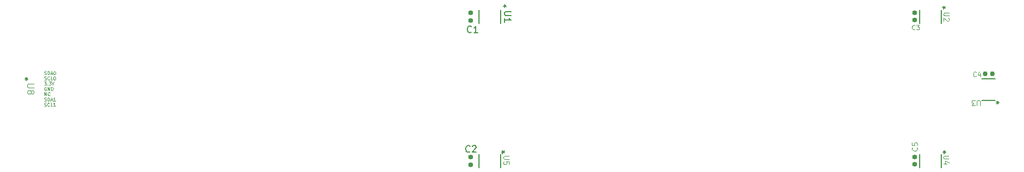
<source format=gto>
G04 #@! TF.GenerationSoftware,KiCad,Pcbnew,7.0.7*
G04 #@! TF.CreationDate,2024-05-14T22:47:58+02:00*
G04 #@! TF.ProjectId,Pinky_V1,50696e6b-795f-4563-912e-6b696361645f,rev?*
G04 #@! TF.SameCoordinates,Original*
G04 #@! TF.FileFunction,Legend,Top*
G04 #@! TF.FilePolarity,Positive*
%FSLAX46Y46*%
G04 Gerber Fmt 4.6, Leading zero omitted, Abs format (unit mm)*
G04 Created by KiCad (PCBNEW 7.0.7) date 2024-05-14 22:47:58*
%MOMM*%
%LPD*%
G01*
G04 APERTURE LIST*
G04 Aperture macros list*
%AMRoundRect*
0 Rectangle with rounded corners*
0 $1 Rounding radius*
0 $2 $3 $4 $5 $6 $7 $8 $9 X,Y pos of 4 corners*
0 Add a 4 corners polygon primitive as box body*
4,1,4,$2,$3,$4,$5,$6,$7,$8,$9,$2,$3,0*
0 Add four circle primitives for the rounded corners*
1,1,$1+$1,$2,$3*
1,1,$1+$1,$4,$5*
1,1,$1+$1,$6,$7*
1,1,$1+$1,$8,$9*
0 Add four rect primitives between the rounded corners*
20,1,$1+$1,$2,$3,$4,$5,0*
20,1,$1+$1,$4,$5,$6,$7,0*
20,1,$1+$1,$6,$7,$8,$9,0*
20,1,$1+$1,$8,$9,$2,$3,0*%
G04 Aperture macros list end*
%ADD10C,0.100000*%
%ADD11C,0.075000*%
%ADD12C,0.150000*%
%ADD13C,0.152400*%
%ADD14R,0.558800X0.977900*%
%ADD15RoundRect,0.155000X0.155000X-0.212500X0.155000X0.212500X-0.155000X0.212500X-0.155000X-0.212500X0*%
%ADD16RoundRect,0.155000X-0.212500X-0.155000X0.212500X-0.155000X0.212500X0.155000X-0.212500X0.155000X0*%
%ADD17R,0.977900X0.558800*%
%ADD18R,4.000000X0.300000*%
G04 APERTURE END LIST*
D10*
X211075104Y-128504476D02*
X210427485Y-128504476D01*
X210427485Y-128504476D02*
X210351295Y-128542571D01*
X210351295Y-128542571D02*
X210313200Y-128580666D01*
X210313200Y-128580666D02*
X210275104Y-128656857D01*
X210275104Y-128656857D02*
X210275104Y-128809238D01*
X210275104Y-128809238D02*
X210313200Y-128885428D01*
X210313200Y-128885428D02*
X210351295Y-128923523D01*
X210351295Y-128923523D02*
X210427485Y-128961619D01*
X210427485Y-128961619D02*
X211075104Y-128961619D01*
X210808438Y-129685428D02*
X210275104Y-129685428D01*
X211113200Y-129494952D02*
X210541771Y-129304475D01*
X210541771Y-129304475D02*
X210541771Y-129799714D01*
D11*
X73118304Y-116070515D02*
X73189732Y-116094324D01*
X73189732Y-116094324D02*
X73308780Y-116094324D01*
X73308780Y-116094324D02*
X73356399Y-116070515D01*
X73356399Y-116070515D02*
X73380208Y-116046705D01*
X73380208Y-116046705D02*
X73404018Y-115999086D01*
X73404018Y-115999086D02*
X73404018Y-115951467D01*
X73404018Y-115951467D02*
X73380208Y-115903848D01*
X73380208Y-115903848D02*
X73356399Y-115880038D01*
X73356399Y-115880038D02*
X73308780Y-115856229D01*
X73308780Y-115856229D02*
X73213542Y-115832419D01*
X73213542Y-115832419D02*
X73165923Y-115808610D01*
X73165923Y-115808610D02*
X73142113Y-115784800D01*
X73142113Y-115784800D02*
X73118304Y-115737181D01*
X73118304Y-115737181D02*
X73118304Y-115689562D01*
X73118304Y-115689562D02*
X73142113Y-115641943D01*
X73142113Y-115641943D02*
X73165923Y-115618134D01*
X73165923Y-115618134D02*
X73213542Y-115594324D01*
X73213542Y-115594324D02*
X73332589Y-115594324D01*
X73332589Y-115594324D02*
X73404018Y-115618134D01*
X73618303Y-116094324D02*
X73618303Y-115594324D01*
X73618303Y-115594324D02*
X73737351Y-115594324D01*
X73737351Y-115594324D02*
X73808779Y-115618134D01*
X73808779Y-115618134D02*
X73856398Y-115665753D01*
X73856398Y-115665753D02*
X73880208Y-115713372D01*
X73880208Y-115713372D02*
X73904017Y-115808610D01*
X73904017Y-115808610D02*
X73904017Y-115880038D01*
X73904017Y-115880038D02*
X73880208Y-115975276D01*
X73880208Y-115975276D02*
X73856398Y-116022895D01*
X73856398Y-116022895D02*
X73808779Y-116070515D01*
X73808779Y-116070515D02*
X73737351Y-116094324D01*
X73737351Y-116094324D02*
X73618303Y-116094324D01*
X74094494Y-115951467D02*
X74332589Y-115951467D01*
X74046875Y-116094324D02*
X74213541Y-115594324D01*
X74213541Y-115594324D02*
X74380208Y-116094324D01*
X74642112Y-115594324D02*
X74689731Y-115594324D01*
X74689731Y-115594324D02*
X74737350Y-115618134D01*
X74737350Y-115618134D02*
X74761160Y-115641943D01*
X74761160Y-115641943D02*
X74784969Y-115689562D01*
X74784969Y-115689562D02*
X74808779Y-115784800D01*
X74808779Y-115784800D02*
X74808779Y-115903848D01*
X74808779Y-115903848D02*
X74784969Y-115999086D01*
X74784969Y-115999086D02*
X74761160Y-116046705D01*
X74761160Y-116046705D02*
X74737350Y-116070515D01*
X74737350Y-116070515D02*
X74689731Y-116094324D01*
X74689731Y-116094324D02*
X74642112Y-116094324D01*
X74642112Y-116094324D02*
X74594493Y-116070515D01*
X74594493Y-116070515D02*
X74570684Y-116046705D01*
X74570684Y-116046705D02*
X74546874Y-115999086D01*
X74546874Y-115999086D02*
X74523065Y-115903848D01*
X74523065Y-115903848D02*
X74523065Y-115784800D01*
X74523065Y-115784800D02*
X74546874Y-115689562D01*
X74546874Y-115689562D02*
X74570684Y-115641943D01*
X74570684Y-115641943D02*
X74594493Y-115618134D01*
X74594493Y-115618134D02*
X74642112Y-115594324D01*
X73118304Y-116875515D02*
X73189732Y-116899324D01*
X73189732Y-116899324D02*
X73308780Y-116899324D01*
X73308780Y-116899324D02*
X73356399Y-116875515D01*
X73356399Y-116875515D02*
X73380208Y-116851705D01*
X73380208Y-116851705D02*
X73404018Y-116804086D01*
X73404018Y-116804086D02*
X73404018Y-116756467D01*
X73404018Y-116756467D02*
X73380208Y-116708848D01*
X73380208Y-116708848D02*
X73356399Y-116685038D01*
X73356399Y-116685038D02*
X73308780Y-116661229D01*
X73308780Y-116661229D02*
X73213542Y-116637419D01*
X73213542Y-116637419D02*
X73165923Y-116613610D01*
X73165923Y-116613610D02*
X73142113Y-116589800D01*
X73142113Y-116589800D02*
X73118304Y-116542181D01*
X73118304Y-116542181D02*
X73118304Y-116494562D01*
X73118304Y-116494562D02*
X73142113Y-116446943D01*
X73142113Y-116446943D02*
X73165923Y-116423134D01*
X73165923Y-116423134D02*
X73213542Y-116399324D01*
X73213542Y-116399324D02*
X73332589Y-116399324D01*
X73332589Y-116399324D02*
X73404018Y-116423134D01*
X73904017Y-116851705D02*
X73880208Y-116875515D01*
X73880208Y-116875515D02*
X73808779Y-116899324D01*
X73808779Y-116899324D02*
X73761160Y-116899324D01*
X73761160Y-116899324D02*
X73689732Y-116875515D01*
X73689732Y-116875515D02*
X73642113Y-116827895D01*
X73642113Y-116827895D02*
X73618303Y-116780276D01*
X73618303Y-116780276D02*
X73594494Y-116685038D01*
X73594494Y-116685038D02*
X73594494Y-116613610D01*
X73594494Y-116613610D02*
X73618303Y-116518372D01*
X73618303Y-116518372D02*
X73642113Y-116470753D01*
X73642113Y-116470753D02*
X73689732Y-116423134D01*
X73689732Y-116423134D02*
X73761160Y-116399324D01*
X73761160Y-116399324D02*
X73808779Y-116399324D01*
X73808779Y-116399324D02*
X73880208Y-116423134D01*
X73880208Y-116423134D02*
X73904017Y-116446943D01*
X74356398Y-116899324D02*
X74118303Y-116899324D01*
X74118303Y-116899324D02*
X74118303Y-116399324D01*
X74618303Y-116399324D02*
X74665922Y-116399324D01*
X74665922Y-116399324D02*
X74713541Y-116423134D01*
X74713541Y-116423134D02*
X74737351Y-116446943D01*
X74737351Y-116446943D02*
X74761160Y-116494562D01*
X74761160Y-116494562D02*
X74784970Y-116589800D01*
X74784970Y-116589800D02*
X74784970Y-116708848D01*
X74784970Y-116708848D02*
X74761160Y-116804086D01*
X74761160Y-116804086D02*
X74737351Y-116851705D01*
X74737351Y-116851705D02*
X74713541Y-116875515D01*
X74713541Y-116875515D02*
X74665922Y-116899324D01*
X74665922Y-116899324D02*
X74618303Y-116899324D01*
X74618303Y-116899324D02*
X74570684Y-116875515D01*
X74570684Y-116875515D02*
X74546875Y-116851705D01*
X74546875Y-116851705D02*
X74523065Y-116804086D01*
X74523065Y-116804086D02*
X74499256Y-116708848D01*
X74499256Y-116708848D02*
X74499256Y-116589800D01*
X74499256Y-116589800D02*
X74523065Y-116494562D01*
X74523065Y-116494562D02*
X74546875Y-116446943D01*
X74546875Y-116446943D02*
X74570684Y-116423134D01*
X74570684Y-116423134D02*
X74618303Y-116399324D01*
X73094494Y-117204324D02*
X73404018Y-117204324D01*
X73404018Y-117204324D02*
X73237351Y-117394800D01*
X73237351Y-117394800D02*
X73308780Y-117394800D01*
X73308780Y-117394800D02*
X73356399Y-117418610D01*
X73356399Y-117418610D02*
X73380208Y-117442419D01*
X73380208Y-117442419D02*
X73404018Y-117490038D01*
X73404018Y-117490038D02*
X73404018Y-117609086D01*
X73404018Y-117609086D02*
X73380208Y-117656705D01*
X73380208Y-117656705D02*
X73356399Y-117680515D01*
X73356399Y-117680515D02*
X73308780Y-117704324D01*
X73308780Y-117704324D02*
X73165923Y-117704324D01*
X73165923Y-117704324D02*
X73118304Y-117680515D01*
X73118304Y-117680515D02*
X73094494Y-117656705D01*
X73618303Y-117656705D02*
X73642113Y-117680515D01*
X73642113Y-117680515D02*
X73618303Y-117704324D01*
X73618303Y-117704324D02*
X73594494Y-117680515D01*
X73594494Y-117680515D02*
X73618303Y-117656705D01*
X73618303Y-117656705D02*
X73618303Y-117704324D01*
X73808779Y-117204324D02*
X74118303Y-117204324D01*
X74118303Y-117204324D02*
X73951636Y-117394800D01*
X73951636Y-117394800D02*
X74023065Y-117394800D01*
X74023065Y-117394800D02*
X74070684Y-117418610D01*
X74070684Y-117418610D02*
X74094493Y-117442419D01*
X74094493Y-117442419D02*
X74118303Y-117490038D01*
X74118303Y-117490038D02*
X74118303Y-117609086D01*
X74118303Y-117609086D02*
X74094493Y-117656705D01*
X74094493Y-117656705D02*
X74070684Y-117680515D01*
X74070684Y-117680515D02*
X74023065Y-117704324D01*
X74023065Y-117704324D02*
X73880208Y-117704324D01*
X73880208Y-117704324D02*
X73832589Y-117680515D01*
X73832589Y-117680515D02*
X73808779Y-117656705D01*
X74261160Y-117204324D02*
X74427826Y-117704324D01*
X74427826Y-117704324D02*
X74594493Y-117204324D01*
X73404018Y-118033134D02*
X73356399Y-118009324D01*
X73356399Y-118009324D02*
X73284970Y-118009324D01*
X73284970Y-118009324D02*
X73213542Y-118033134D01*
X73213542Y-118033134D02*
X73165923Y-118080753D01*
X73165923Y-118080753D02*
X73142113Y-118128372D01*
X73142113Y-118128372D02*
X73118304Y-118223610D01*
X73118304Y-118223610D02*
X73118304Y-118295038D01*
X73118304Y-118295038D02*
X73142113Y-118390276D01*
X73142113Y-118390276D02*
X73165923Y-118437895D01*
X73165923Y-118437895D02*
X73213542Y-118485515D01*
X73213542Y-118485515D02*
X73284970Y-118509324D01*
X73284970Y-118509324D02*
X73332589Y-118509324D01*
X73332589Y-118509324D02*
X73404018Y-118485515D01*
X73404018Y-118485515D02*
X73427827Y-118461705D01*
X73427827Y-118461705D02*
X73427827Y-118295038D01*
X73427827Y-118295038D02*
X73332589Y-118295038D01*
X73642113Y-118509324D02*
X73642113Y-118009324D01*
X73642113Y-118009324D02*
X73927827Y-118509324D01*
X73927827Y-118509324D02*
X73927827Y-118009324D01*
X74165923Y-118509324D02*
X74165923Y-118009324D01*
X74165923Y-118009324D02*
X74284971Y-118009324D01*
X74284971Y-118009324D02*
X74356399Y-118033134D01*
X74356399Y-118033134D02*
X74404018Y-118080753D01*
X74404018Y-118080753D02*
X74427828Y-118128372D01*
X74427828Y-118128372D02*
X74451637Y-118223610D01*
X74451637Y-118223610D02*
X74451637Y-118295038D01*
X74451637Y-118295038D02*
X74427828Y-118390276D01*
X74427828Y-118390276D02*
X74404018Y-118437895D01*
X74404018Y-118437895D02*
X74356399Y-118485515D01*
X74356399Y-118485515D02*
X74284971Y-118509324D01*
X74284971Y-118509324D02*
X74165923Y-118509324D01*
X73142113Y-119314324D02*
X73142113Y-118814324D01*
X73142113Y-118814324D02*
X73427827Y-119314324D01*
X73427827Y-119314324D02*
X73427827Y-118814324D01*
X73951637Y-119266705D02*
X73927828Y-119290515D01*
X73927828Y-119290515D02*
X73856399Y-119314324D01*
X73856399Y-119314324D02*
X73808780Y-119314324D01*
X73808780Y-119314324D02*
X73737352Y-119290515D01*
X73737352Y-119290515D02*
X73689733Y-119242895D01*
X73689733Y-119242895D02*
X73665923Y-119195276D01*
X73665923Y-119195276D02*
X73642114Y-119100038D01*
X73642114Y-119100038D02*
X73642114Y-119028610D01*
X73642114Y-119028610D02*
X73665923Y-118933372D01*
X73665923Y-118933372D02*
X73689733Y-118885753D01*
X73689733Y-118885753D02*
X73737352Y-118838134D01*
X73737352Y-118838134D02*
X73808780Y-118814324D01*
X73808780Y-118814324D02*
X73856399Y-118814324D01*
X73856399Y-118814324D02*
X73927828Y-118838134D01*
X73927828Y-118838134D02*
X73951637Y-118861943D01*
X73118304Y-120095515D02*
X73189732Y-120119324D01*
X73189732Y-120119324D02*
X73308780Y-120119324D01*
X73308780Y-120119324D02*
X73356399Y-120095515D01*
X73356399Y-120095515D02*
X73380208Y-120071705D01*
X73380208Y-120071705D02*
X73404018Y-120024086D01*
X73404018Y-120024086D02*
X73404018Y-119976467D01*
X73404018Y-119976467D02*
X73380208Y-119928848D01*
X73380208Y-119928848D02*
X73356399Y-119905038D01*
X73356399Y-119905038D02*
X73308780Y-119881229D01*
X73308780Y-119881229D02*
X73213542Y-119857419D01*
X73213542Y-119857419D02*
X73165923Y-119833610D01*
X73165923Y-119833610D02*
X73142113Y-119809800D01*
X73142113Y-119809800D02*
X73118304Y-119762181D01*
X73118304Y-119762181D02*
X73118304Y-119714562D01*
X73118304Y-119714562D02*
X73142113Y-119666943D01*
X73142113Y-119666943D02*
X73165923Y-119643134D01*
X73165923Y-119643134D02*
X73213542Y-119619324D01*
X73213542Y-119619324D02*
X73332589Y-119619324D01*
X73332589Y-119619324D02*
X73404018Y-119643134D01*
X73618303Y-120119324D02*
X73618303Y-119619324D01*
X73618303Y-119619324D02*
X73737351Y-119619324D01*
X73737351Y-119619324D02*
X73808779Y-119643134D01*
X73808779Y-119643134D02*
X73856398Y-119690753D01*
X73856398Y-119690753D02*
X73880208Y-119738372D01*
X73880208Y-119738372D02*
X73904017Y-119833610D01*
X73904017Y-119833610D02*
X73904017Y-119905038D01*
X73904017Y-119905038D02*
X73880208Y-120000276D01*
X73880208Y-120000276D02*
X73856398Y-120047895D01*
X73856398Y-120047895D02*
X73808779Y-120095515D01*
X73808779Y-120095515D02*
X73737351Y-120119324D01*
X73737351Y-120119324D02*
X73618303Y-120119324D01*
X74094494Y-119976467D02*
X74332589Y-119976467D01*
X74046875Y-120119324D02*
X74213541Y-119619324D01*
X74213541Y-119619324D02*
X74380208Y-120119324D01*
X74808779Y-120119324D02*
X74523065Y-120119324D01*
X74665922Y-120119324D02*
X74665922Y-119619324D01*
X74665922Y-119619324D02*
X74618303Y-119690753D01*
X74618303Y-119690753D02*
X74570684Y-119738372D01*
X74570684Y-119738372D02*
X74523065Y-119762181D01*
X73118304Y-120900515D02*
X73189732Y-120924324D01*
X73189732Y-120924324D02*
X73308780Y-120924324D01*
X73308780Y-120924324D02*
X73356399Y-120900515D01*
X73356399Y-120900515D02*
X73380208Y-120876705D01*
X73380208Y-120876705D02*
X73404018Y-120829086D01*
X73404018Y-120829086D02*
X73404018Y-120781467D01*
X73404018Y-120781467D02*
X73380208Y-120733848D01*
X73380208Y-120733848D02*
X73356399Y-120710038D01*
X73356399Y-120710038D02*
X73308780Y-120686229D01*
X73308780Y-120686229D02*
X73213542Y-120662419D01*
X73213542Y-120662419D02*
X73165923Y-120638610D01*
X73165923Y-120638610D02*
X73142113Y-120614800D01*
X73142113Y-120614800D02*
X73118304Y-120567181D01*
X73118304Y-120567181D02*
X73118304Y-120519562D01*
X73118304Y-120519562D02*
X73142113Y-120471943D01*
X73142113Y-120471943D02*
X73165923Y-120448134D01*
X73165923Y-120448134D02*
X73213542Y-120424324D01*
X73213542Y-120424324D02*
X73332589Y-120424324D01*
X73332589Y-120424324D02*
X73404018Y-120448134D01*
X73904017Y-120876705D02*
X73880208Y-120900515D01*
X73880208Y-120900515D02*
X73808779Y-120924324D01*
X73808779Y-120924324D02*
X73761160Y-120924324D01*
X73761160Y-120924324D02*
X73689732Y-120900515D01*
X73689732Y-120900515D02*
X73642113Y-120852895D01*
X73642113Y-120852895D02*
X73618303Y-120805276D01*
X73618303Y-120805276D02*
X73594494Y-120710038D01*
X73594494Y-120710038D02*
X73594494Y-120638610D01*
X73594494Y-120638610D02*
X73618303Y-120543372D01*
X73618303Y-120543372D02*
X73642113Y-120495753D01*
X73642113Y-120495753D02*
X73689732Y-120448134D01*
X73689732Y-120448134D02*
X73761160Y-120424324D01*
X73761160Y-120424324D02*
X73808779Y-120424324D01*
X73808779Y-120424324D02*
X73880208Y-120448134D01*
X73880208Y-120448134D02*
X73904017Y-120471943D01*
X74356398Y-120924324D02*
X74118303Y-120924324D01*
X74118303Y-120924324D02*
X74118303Y-120424324D01*
X74784970Y-120924324D02*
X74499256Y-120924324D01*
X74642113Y-120924324D02*
X74642113Y-120424324D01*
X74642113Y-120424324D02*
X74594494Y-120495753D01*
X74594494Y-120495753D02*
X74546875Y-120543372D01*
X74546875Y-120543372D02*
X74499256Y-120567181D01*
D10*
X143965103Y-128554476D02*
X143317484Y-128554476D01*
X143317484Y-128554476D02*
X143241294Y-128592571D01*
X143241294Y-128592571D02*
X143203199Y-128630666D01*
X143203199Y-128630666D02*
X143165103Y-128706857D01*
X143165103Y-128706857D02*
X143165103Y-128859238D01*
X143165103Y-128859238D02*
X143203199Y-128935428D01*
X143203199Y-128935428D02*
X143241294Y-128973523D01*
X143241294Y-128973523D02*
X143317484Y-129011619D01*
X143317484Y-129011619D02*
X143965103Y-129011619D01*
X143965103Y-129773523D02*
X143965103Y-129392571D01*
X143965103Y-129392571D02*
X143584151Y-129354475D01*
X143584151Y-129354475D02*
X143622246Y-129392571D01*
X143622246Y-129392571D02*
X143660341Y-129468761D01*
X143660341Y-129468761D02*
X143660341Y-129659237D01*
X143660341Y-129659237D02*
X143622246Y-129735428D01*
X143622246Y-129735428D02*
X143584151Y-129773523D01*
X143584151Y-129773523D02*
X143507960Y-129811618D01*
X143507960Y-129811618D02*
X143317484Y-129811618D01*
X143317484Y-129811618D02*
X143241294Y-129773523D01*
X143241294Y-129773523D02*
X143203199Y-129735428D01*
X143203199Y-129735428D02*
X143165103Y-129659237D01*
X143165103Y-129659237D02*
X143165103Y-129468761D01*
X143165103Y-129468761D02*
X143203199Y-129392571D01*
X143203199Y-129392571D02*
X143241294Y-129354475D01*
D12*
X142864818Y-127898750D02*
X143102913Y-127898750D01*
X143007675Y-128136845D02*
X143102913Y-127898750D01*
X143102913Y-127898750D02*
X143007675Y-127660655D01*
X143293389Y-128041607D02*
X143102913Y-127898750D01*
X143102913Y-127898750D02*
X143293389Y-127755893D01*
X138273332Y-109593580D02*
X138225713Y-109641200D01*
X138225713Y-109641200D02*
X138082856Y-109688819D01*
X138082856Y-109688819D02*
X137987618Y-109688819D01*
X137987618Y-109688819D02*
X137844761Y-109641200D01*
X137844761Y-109641200D02*
X137749523Y-109545961D01*
X137749523Y-109545961D02*
X137701904Y-109450723D01*
X137701904Y-109450723D02*
X137654285Y-109260247D01*
X137654285Y-109260247D02*
X137654285Y-109117390D01*
X137654285Y-109117390D02*
X137701904Y-108926914D01*
X137701904Y-108926914D02*
X137749523Y-108831676D01*
X137749523Y-108831676D02*
X137844761Y-108736438D01*
X137844761Y-108736438D02*
X137987618Y-108688819D01*
X137987618Y-108688819D02*
X138082856Y-108688819D01*
X138082856Y-108688819D02*
X138225713Y-108736438D01*
X138225713Y-108736438D02*
X138273332Y-108784057D01*
X139225713Y-109688819D02*
X138654285Y-109688819D01*
X138939999Y-109688819D02*
X138939999Y-108688819D01*
X138939999Y-108688819D02*
X138844761Y-108831676D01*
X138844761Y-108831676D02*
X138749523Y-108926914D01*
X138749523Y-108926914D02*
X138654285Y-108974533D01*
D10*
X215263333Y-116315966D02*
X215230000Y-116349300D01*
X215230000Y-116349300D02*
X215130000Y-116382633D01*
X215130000Y-116382633D02*
X215063333Y-116382633D01*
X215063333Y-116382633D02*
X214963333Y-116349300D01*
X214963333Y-116349300D02*
X214896667Y-116282633D01*
X214896667Y-116282633D02*
X214863333Y-116215966D01*
X214863333Y-116215966D02*
X214830000Y-116082633D01*
X214830000Y-116082633D02*
X214830000Y-115982633D01*
X214830000Y-115982633D02*
X214863333Y-115849300D01*
X214863333Y-115849300D02*
X214896667Y-115782633D01*
X214896667Y-115782633D02*
X214963333Y-115715966D01*
X214963333Y-115715966D02*
X215063333Y-115682633D01*
X215063333Y-115682633D02*
X215130000Y-115682633D01*
X215130000Y-115682633D02*
X215230000Y-115715966D01*
X215230000Y-115715966D02*
X215263333Y-115749300D01*
X215863333Y-115915966D02*
X215863333Y-116382633D01*
X215696667Y-115649300D02*
X215530000Y-116149300D01*
X215530000Y-116149300D02*
X215963333Y-116149300D01*
X215859523Y-120809104D02*
X215859523Y-120161485D01*
X215859523Y-120161485D02*
X215821428Y-120085295D01*
X215821428Y-120085295D02*
X215783333Y-120047200D01*
X215783333Y-120047200D02*
X215707142Y-120009104D01*
X215707142Y-120009104D02*
X215554761Y-120009104D01*
X215554761Y-120009104D02*
X215478571Y-120047200D01*
X215478571Y-120047200D02*
X215440476Y-120085295D01*
X215440476Y-120085295D02*
X215402380Y-120161485D01*
X215402380Y-120161485D02*
X215402380Y-120809104D01*
X215097619Y-120809104D02*
X214602381Y-120809104D01*
X214602381Y-120809104D02*
X214869047Y-120504342D01*
X214869047Y-120504342D02*
X214754762Y-120504342D01*
X214754762Y-120504342D02*
X214678571Y-120466247D01*
X214678571Y-120466247D02*
X214640476Y-120428152D01*
X214640476Y-120428152D02*
X214602381Y-120351961D01*
X214602381Y-120351961D02*
X214602381Y-120161485D01*
X214602381Y-120161485D02*
X214640476Y-120085295D01*
X214640476Y-120085295D02*
X214678571Y-120047200D01*
X214678571Y-120047200D02*
X214754762Y-120009104D01*
X214754762Y-120009104D02*
X214983333Y-120009104D01*
X214983333Y-120009104D02*
X215059524Y-120047200D01*
X215059524Y-120047200D02*
X215097619Y-120085295D01*
D12*
X218545249Y-120148819D02*
X218545249Y-120386914D01*
X218307154Y-120291676D02*
X218545249Y-120386914D01*
X218545249Y-120386914D02*
X218783344Y-120291676D01*
X218402392Y-120577390D02*
X218545249Y-120386914D01*
X218545249Y-120386914D02*
X218688106Y-120577390D01*
X138043332Y-127843580D02*
X137995713Y-127891200D01*
X137995713Y-127891200D02*
X137852856Y-127938819D01*
X137852856Y-127938819D02*
X137757618Y-127938819D01*
X137757618Y-127938819D02*
X137614761Y-127891200D01*
X137614761Y-127891200D02*
X137519523Y-127795961D01*
X137519523Y-127795961D02*
X137471904Y-127700723D01*
X137471904Y-127700723D02*
X137424285Y-127510247D01*
X137424285Y-127510247D02*
X137424285Y-127367390D01*
X137424285Y-127367390D02*
X137471904Y-127176914D01*
X137471904Y-127176914D02*
X137519523Y-127081676D01*
X137519523Y-127081676D02*
X137614761Y-126986438D01*
X137614761Y-126986438D02*
X137757618Y-126938819D01*
X137757618Y-126938819D02*
X137852856Y-126938819D01*
X137852856Y-126938819D02*
X137995713Y-126986438D01*
X137995713Y-126986438D02*
X138043332Y-127034057D01*
X138424285Y-127034057D02*
X138471904Y-126986438D01*
X138471904Y-126986438D02*
X138567142Y-126938819D01*
X138567142Y-126938819D02*
X138805237Y-126938819D01*
X138805237Y-126938819D02*
X138900475Y-126986438D01*
X138900475Y-126986438D02*
X138948094Y-127034057D01*
X138948094Y-127034057D02*
X138995713Y-127129295D01*
X138995713Y-127129295D02*
X138995713Y-127224533D01*
X138995713Y-127224533D02*
X138948094Y-127367390D01*
X138948094Y-127367390D02*
X138376666Y-127938819D01*
X138376666Y-127938819D02*
X138995713Y-127938819D01*
X210204819Y-127898749D02*
X210442914Y-127898749D01*
X210347676Y-128136844D02*
X210442914Y-127898749D01*
X210442914Y-127898749D02*
X210347676Y-127660654D01*
X210633390Y-128041606D02*
X210442914Y-127898749D01*
X210442914Y-127898749D02*
X210633390Y-127755892D01*
D10*
X71522580Y-117502095D02*
X70713057Y-117502095D01*
X70713057Y-117502095D02*
X70617819Y-117549714D01*
X70617819Y-117549714D02*
X70570200Y-117597333D01*
X70570200Y-117597333D02*
X70522580Y-117692571D01*
X70522580Y-117692571D02*
X70522580Y-117883047D01*
X70522580Y-117883047D02*
X70570200Y-117978285D01*
X70570200Y-117978285D02*
X70617819Y-118025904D01*
X70617819Y-118025904D02*
X70713057Y-118073523D01*
X70713057Y-118073523D02*
X71522580Y-118073523D01*
X71094009Y-118692571D02*
X71141628Y-118597333D01*
X71141628Y-118597333D02*
X71189247Y-118549714D01*
X71189247Y-118549714D02*
X71284485Y-118502095D01*
X71284485Y-118502095D02*
X71332104Y-118502095D01*
X71332104Y-118502095D02*
X71427342Y-118549714D01*
X71427342Y-118549714D02*
X71474961Y-118597333D01*
X71474961Y-118597333D02*
X71522580Y-118692571D01*
X71522580Y-118692571D02*
X71522580Y-118883047D01*
X71522580Y-118883047D02*
X71474961Y-118978285D01*
X71474961Y-118978285D02*
X71427342Y-119025904D01*
X71427342Y-119025904D02*
X71332104Y-119073523D01*
X71332104Y-119073523D02*
X71284485Y-119073523D01*
X71284485Y-119073523D02*
X71189247Y-119025904D01*
X71189247Y-119025904D02*
X71141628Y-118978285D01*
X71141628Y-118978285D02*
X71094009Y-118883047D01*
X71094009Y-118883047D02*
X71094009Y-118692571D01*
X71094009Y-118692571D02*
X71046390Y-118597333D01*
X71046390Y-118597333D02*
X70998771Y-118549714D01*
X70998771Y-118549714D02*
X70903533Y-118502095D01*
X70903533Y-118502095D02*
X70713057Y-118502095D01*
X70713057Y-118502095D02*
X70617819Y-118549714D01*
X70617819Y-118549714D02*
X70570200Y-118597333D01*
X70570200Y-118597333D02*
X70522580Y-118692571D01*
X70522580Y-118692571D02*
X70522580Y-118883047D01*
X70522580Y-118883047D02*
X70570200Y-118978285D01*
X70570200Y-118978285D02*
X70617819Y-119025904D01*
X70617819Y-119025904D02*
X70713057Y-119073523D01*
X70713057Y-119073523D02*
X70903533Y-119073523D01*
X70903533Y-119073523D02*
X70998771Y-119025904D01*
X70998771Y-119025904D02*
X71046390Y-118978285D01*
X71046390Y-118978285D02*
X71094009Y-118883047D01*
D12*
X70154819Y-116743999D02*
X70392914Y-116743999D01*
X70297676Y-116982094D02*
X70392914Y-116743999D01*
X70392914Y-116743999D02*
X70297676Y-116505904D01*
X70583390Y-116886856D02*
X70392914Y-116743999D01*
X70392914Y-116743999D02*
X70583390Y-116601142D01*
D10*
X205913334Y-109175966D02*
X205880001Y-109209300D01*
X205880001Y-109209300D02*
X205780001Y-109242633D01*
X205780001Y-109242633D02*
X205713334Y-109242633D01*
X205713334Y-109242633D02*
X205613334Y-109209300D01*
X205613334Y-109209300D02*
X205546668Y-109142633D01*
X205546668Y-109142633D02*
X205513334Y-109075966D01*
X205513334Y-109075966D02*
X205480001Y-108942633D01*
X205480001Y-108942633D02*
X205480001Y-108842633D01*
X205480001Y-108842633D02*
X205513334Y-108709300D01*
X205513334Y-108709300D02*
X205546668Y-108642633D01*
X205546668Y-108642633D02*
X205613334Y-108575966D01*
X205613334Y-108575966D02*
X205713334Y-108542633D01*
X205713334Y-108542633D02*
X205780001Y-108542633D01*
X205780001Y-108542633D02*
X205880001Y-108575966D01*
X205880001Y-108575966D02*
X205913334Y-108609300D01*
X206146668Y-108542633D02*
X206580001Y-108542633D01*
X206580001Y-108542633D02*
X206346668Y-108809300D01*
X206346668Y-108809300D02*
X206446668Y-108809300D01*
X206446668Y-108809300D02*
X206513334Y-108842633D01*
X206513334Y-108842633D02*
X206546668Y-108875966D01*
X206546668Y-108875966D02*
X206580001Y-108942633D01*
X206580001Y-108942633D02*
X206580001Y-109109300D01*
X206580001Y-109109300D02*
X206546668Y-109175966D01*
X206546668Y-109175966D02*
X206513334Y-109209300D01*
X206513334Y-109209300D02*
X206446668Y-109242633D01*
X206446668Y-109242633D02*
X206246668Y-109242633D01*
X206246668Y-109242633D02*
X206180001Y-109209300D01*
X206180001Y-109209300D02*
X206146668Y-109175966D01*
D12*
X144325179Y-106502095D02*
X143515656Y-106502095D01*
X143515656Y-106502095D02*
X143420418Y-106549714D01*
X143420418Y-106549714D02*
X143372799Y-106597333D01*
X143372799Y-106597333D02*
X143325179Y-106692571D01*
X143325179Y-106692571D02*
X143325179Y-106883047D01*
X143325179Y-106883047D02*
X143372799Y-106978285D01*
X143372799Y-106978285D02*
X143420418Y-107025904D01*
X143420418Y-107025904D02*
X143515656Y-107073523D01*
X143515656Y-107073523D02*
X144325179Y-107073523D01*
X143325179Y-108073523D02*
X143325179Y-107502095D01*
X143325179Y-107787809D02*
X144325179Y-107787809D01*
X144325179Y-107787809D02*
X144182322Y-107692571D01*
X144182322Y-107692571D02*
X144087084Y-107597333D01*
X144087084Y-107597333D02*
X144039465Y-107502095D01*
X143164819Y-105613999D02*
X143402914Y-105613999D01*
X143307676Y-105852094D02*
X143402914Y-105613999D01*
X143402914Y-105613999D02*
X143307676Y-105375904D01*
X143593390Y-105756856D02*
X143402914Y-105613999D01*
X143402914Y-105613999D02*
X143593390Y-105471142D01*
D10*
X211105105Y-106664476D02*
X210457486Y-106664476D01*
X210457486Y-106664476D02*
X210381296Y-106702571D01*
X210381296Y-106702571D02*
X210343201Y-106740666D01*
X210343201Y-106740666D02*
X210305105Y-106816857D01*
X210305105Y-106816857D02*
X210305105Y-106969238D01*
X210305105Y-106969238D02*
X210343201Y-107045428D01*
X210343201Y-107045428D02*
X210381296Y-107083523D01*
X210381296Y-107083523D02*
X210457486Y-107121619D01*
X210457486Y-107121619D02*
X211105105Y-107121619D01*
X211028915Y-107464475D02*
X211067010Y-107502571D01*
X211067010Y-107502571D02*
X211105105Y-107578761D01*
X211105105Y-107578761D02*
X211105105Y-107769237D01*
X211105105Y-107769237D02*
X211067010Y-107845428D01*
X211067010Y-107845428D02*
X211028915Y-107883523D01*
X211028915Y-107883523D02*
X210952724Y-107921618D01*
X210952724Y-107921618D02*
X210876534Y-107921618D01*
X210876534Y-107921618D02*
X210762248Y-107883523D01*
X210762248Y-107883523D02*
X210305105Y-107426380D01*
X210305105Y-107426380D02*
X210305105Y-107921618D01*
D12*
X210154820Y-105853999D02*
X210392915Y-105853999D01*
X210297677Y-106092094D02*
X210392915Y-105853999D01*
X210392915Y-105853999D02*
X210297677Y-105615904D01*
X210583391Y-105996856D02*
X210392915Y-105853999D01*
X210392915Y-105853999D02*
X210583391Y-105711142D01*
D10*
X206218705Y-127247332D02*
X206256801Y-127285428D01*
X206256801Y-127285428D02*
X206294896Y-127399713D01*
X206294896Y-127399713D02*
X206294896Y-127475904D01*
X206294896Y-127475904D02*
X206256801Y-127590190D01*
X206256801Y-127590190D02*
X206180610Y-127666380D01*
X206180610Y-127666380D02*
X206104420Y-127704475D01*
X206104420Y-127704475D02*
X205952039Y-127742571D01*
X205952039Y-127742571D02*
X205837753Y-127742571D01*
X205837753Y-127742571D02*
X205685372Y-127704475D01*
X205685372Y-127704475D02*
X205609181Y-127666380D01*
X205609181Y-127666380D02*
X205532991Y-127590190D01*
X205532991Y-127590190D02*
X205494896Y-127475904D01*
X205494896Y-127475904D02*
X205494896Y-127399713D01*
X205494896Y-127399713D02*
X205532991Y-127285428D01*
X205532991Y-127285428D02*
X205571086Y-127247332D01*
X205494896Y-126523523D02*
X205494896Y-126904475D01*
X205494896Y-126904475D02*
X205875848Y-126942571D01*
X205875848Y-126942571D02*
X205837753Y-126904475D01*
X205837753Y-126904475D02*
X205799658Y-126828285D01*
X205799658Y-126828285D02*
X205799658Y-126637809D01*
X205799658Y-126637809D02*
X205837753Y-126561618D01*
X205837753Y-126561618D02*
X205875848Y-126523523D01*
X205875848Y-126523523D02*
X205952039Y-126485428D01*
X205952039Y-126485428D02*
X206142515Y-126485428D01*
X206142515Y-126485428D02*
X206218705Y-126523523D01*
X206218705Y-126523523D02*
X206256801Y-126561618D01*
X206256801Y-126561618D02*
X206294896Y-126637809D01*
X206294896Y-126637809D02*
X206294896Y-126828285D01*
X206294896Y-126828285D02*
X206256801Y-126904475D01*
X206256801Y-126904475D02*
X206218705Y-126942571D01*
D13*
X139428999Y-128260700D02*
X139428999Y-130267300D01*
X142730999Y-130267300D02*
X142730999Y-128260700D01*
X218183300Y-116713000D02*
X216176700Y-116713000D01*
X216176700Y-120015000D02*
X218183300Y-120015000D01*
X206629000Y-128260700D02*
X206629000Y-130267300D01*
X209931000Y-130267300D02*
X209931000Y-128260700D01*
X139428999Y-106260700D02*
X139428999Y-108267300D01*
X142730999Y-108267300D02*
X142730999Y-106260700D01*
X206629000Y-106260700D02*
X206629000Y-108267300D01*
X209931000Y-108267300D02*
X209931000Y-106260700D01*
%LPC*%
D14*
X142030000Y-127898750D03*
X141079999Y-127898750D03*
X140129998Y-127898750D03*
X140129998Y-130629250D03*
X141079999Y-130629250D03*
X142030000Y-130629250D03*
D15*
X138129999Y-107831500D03*
X138129999Y-106696500D03*
D16*
X216612500Y-116004000D03*
X217747500Y-116004000D03*
D17*
X218545250Y-119314001D03*
X218545250Y-118364000D03*
X218545250Y-117413999D03*
X215814750Y-117413999D03*
X215814750Y-118364000D03*
X215814750Y-119314001D03*
D15*
X138129999Y-129831500D03*
X138129999Y-128696500D03*
D14*
X209230001Y-127898750D03*
X208280000Y-127898750D03*
X207329999Y-127898750D03*
X207329999Y-130629250D03*
X208280000Y-130629250D03*
X209230001Y-130629250D03*
D18*
X64430000Y-116764000D03*
X64430000Y-117264000D03*
X64430000Y-117764000D03*
X64430000Y-118264000D03*
X64430000Y-118764000D03*
X64430000Y-119264000D03*
X64430000Y-119764000D03*
D15*
X205884999Y-107781500D03*
X205884999Y-106646500D03*
D14*
X142030000Y-105898750D03*
X141079999Y-105898750D03*
X140129998Y-105898750D03*
X140129998Y-108629250D03*
X141079999Y-108629250D03*
X142030000Y-108629250D03*
X209230001Y-105898750D03*
X208280000Y-105898750D03*
X207329999Y-105898750D03*
X207329999Y-108629250D03*
X208280000Y-108629250D03*
X209230001Y-108629250D03*
D15*
X205930001Y-129781500D03*
X205930001Y-128646500D03*
%LPD*%
M02*

</source>
